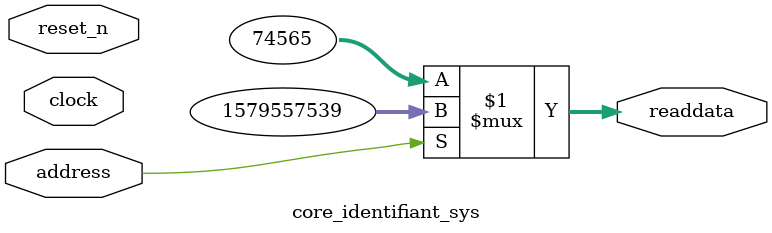
<source format=v>



// synthesis translate_off
`timescale 1ns / 1ps
// synthesis translate_on

// turn off superfluous verilog processor warnings 
// altera message_level Level1 
// altera message_off 10034 10035 10036 10037 10230 10240 10030 

module core_identifiant_sys (
               // inputs:
                address,
                clock,
                reset_n,

               // outputs:
                readdata
             )
;

  output  [ 31: 0] readdata;
  input            address;
  input            clock;
  input            reset_n;

  wire    [ 31: 0] readdata;
  //control_slave, which is an e_avalon_slave
  assign readdata = address ? 1579557539 : 74565;

endmodule



</source>
